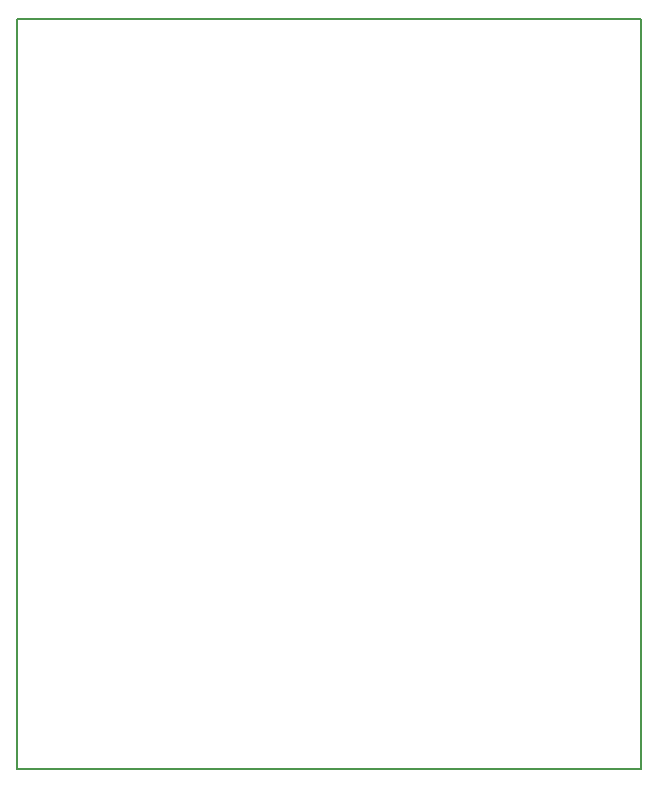
<source format=gbr>
%TF.GenerationSoftware,KiCad,Pcbnew,5.1.9+dfsg1-1+deb11u1*%
%TF.CreationDate,2023-10-13T11:59:52+02:00*%
%TF.ProjectId,mm17d,6d6d3137-642e-46b6-9963-61645f706362,231006*%
%TF.SameCoordinates,Original*%
%TF.FileFunction,Paste,Top*%
%TF.FilePolarity,Positive*%
%FSLAX46Y46*%
G04 Gerber Fmt 4.6, Leading zero omitted, Abs format (unit mm)*
G04 Created by KiCad (PCBNEW 5.1.9+dfsg1-1+deb11u1) date 2023-10-13 11:59:52*
%MOMM*%
%LPD*%
G01*
G04 APERTURE LIST*
%TA.AperFunction,Profile*%
%ADD10C,0.150000*%
%TD*%
G04 APERTURE END LIST*
D10*
X123952000Y-67056000D02*
X123952000Y-130556000D01*
X176784000Y-67056000D02*
X123952000Y-67056000D01*
X176784000Y-130556000D02*
X176784000Y-67056000D01*
X123952000Y-130556000D02*
X176784000Y-130556000D01*
M02*

</source>
